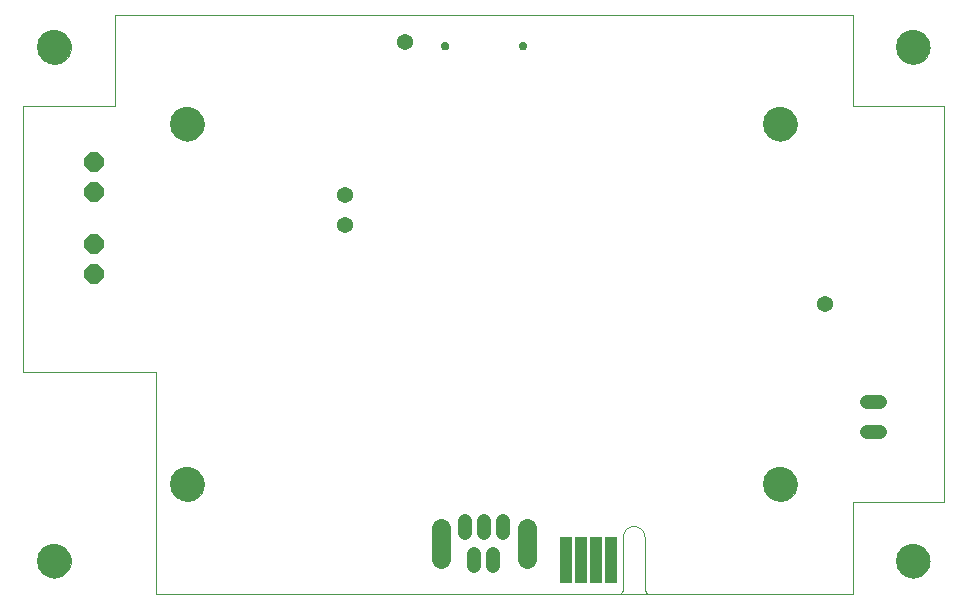
<source format=gbs>
G75*
G70*
%OFA0B0*%
%FSLAX24Y24*%
%IPPOS*%
%LPD*%
%AMOC8*
5,1,8,0,0,1.08239X$1,22.5*
%
%ADD10C,0.0000*%
%ADD11C,0.1142*%
%ADD12OC8,0.0640*%
%ADD13C,0.0453*%
%ADD14C,0.0630*%
%ADD15C,0.0276*%
%ADD16C,0.0540*%
%ADD17R,0.0440X0.1540*%
%ADD18C,0.0480*%
D10*
X000780Y001331D02*
X000782Y001378D01*
X000788Y001424D01*
X000798Y001470D01*
X000811Y001515D01*
X000829Y001558D01*
X000850Y001600D01*
X000874Y001640D01*
X000902Y001677D01*
X000933Y001712D01*
X000967Y001745D01*
X001003Y001774D01*
X001042Y001800D01*
X001083Y001823D01*
X001126Y001842D01*
X001170Y001858D01*
X001215Y001870D01*
X001261Y001878D01*
X001308Y001882D01*
X001354Y001882D01*
X001401Y001878D01*
X001447Y001870D01*
X001492Y001858D01*
X001536Y001842D01*
X001579Y001823D01*
X001620Y001800D01*
X001659Y001774D01*
X001695Y001745D01*
X001729Y001712D01*
X001760Y001677D01*
X001788Y001640D01*
X001812Y001600D01*
X001833Y001558D01*
X001851Y001515D01*
X001864Y001470D01*
X001874Y001424D01*
X001880Y001378D01*
X001882Y001331D01*
X001880Y001284D01*
X001874Y001238D01*
X001864Y001192D01*
X001851Y001147D01*
X001833Y001104D01*
X001812Y001062D01*
X001788Y001022D01*
X001760Y000985D01*
X001729Y000950D01*
X001695Y000917D01*
X001659Y000888D01*
X001620Y000862D01*
X001579Y000839D01*
X001536Y000820D01*
X001492Y000804D01*
X001447Y000792D01*
X001401Y000784D01*
X001354Y000780D01*
X001308Y000780D01*
X001261Y000784D01*
X001215Y000792D01*
X001170Y000804D01*
X001126Y000820D01*
X001083Y000839D01*
X001042Y000862D01*
X001003Y000888D01*
X000967Y000917D01*
X000933Y000950D01*
X000902Y000985D01*
X000874Y001022D01*
X000850Y001062D01*
X000829Y001104D01*
X000811Y001147D01*
X000798Y001192D01*
X000788Y001238D01*
X000782Y001284D01*
X000780Y001331D01*
X004717Y000248D02*
X004717Y007630D01*
X000288Y007630D01*
X000288Y016489D01*
X003339Y016489D01*
X003339Y019540D01*
X027945Y019540D01*
X027945Y016489D01*
X030996Y016489D01*
X030996Y003300D01*
X027945Y003300D01*
X027945Y000248D01*
X004717Y000248D01*
X005209Y003890D02*
X005211Y003937D01*
X005217Y003983D01*
X005227Y004029D01*
X005240Y004074D01*
X005258Y004117D01*
X005279Y004159D01*
X005303Y004199D01*
X005331Y004236D01*
X005362Y004271D01*
X005396Y004304D01*
X005432Y004333D01*
X005471Y004359D01*
X005512Y004382D01*
X005555Y004401D01*
X005599Y004417D01*
X005644Y004429D01*
X005690Y004437D01*
X005737Y004441D01*
X005783Y004441D01*
X005830Y004437D01*
X005876Y004429D01*
X005921Y004417D01*
X005965Y004401D01*
X006008Y004382D01*
X006049Y004359D01*
X006088Y004333D01*
X006124Y004304D01*
X006158Y004271D01*
X006189Y004236D01*
X006217Y004199D01*
X006241Y004159D01*
X006262Y004117D01*
X006280Y004074D01*
X006293Y004029D01*
X006303Y003983D01*
X006309Y003937D01*
X006311Y003890D01*
X006309Y003843D01*
X006303Y003797D01*
X006293Y003751D01*
X006280Y003706D01*
X006262Y003663D01*
X006241Y003621D01*
X006217Y003581D01*
X006189Y003544D01*
X006158Y003509D01*
X006124Y003476D01*
X006088Y003447D01*
X006049Y003421D01*
X006008Y003398D01*
X005965Y003379D01*
X005921Y003363D01*
X005876Y003351D01*
X005830Y003343D01*
X005783Y003339D01*
X005737Y003339D01*
X005690Y003343D01*
X005644Y003351D01*
X005599Y003363D01*
X005555Y003379D01*
X005512Y003398D01*
X005471Y003421D01*
X005432Y003447D01*
X005396Y003476D01*
X005362Y003509D01*
X005331Y003544D01*
X005303Y003581D01*
X005279Y003621D01*
X005258Y003663D01*
X005240Y003706D01*
X005227Y003751D01*
X005217Y003797D01*
X005211Y003843D01*
X005209Y003890D01*
X020275Y002135D02*
X020275Y000360D01*
X020242Y000310D01*
X020192Y000248D01*
X021092Y000248D01*
X021042Y000310D01*
X021005Y000360D01*
X021005Y002135D01*
X021003Y002172D01*
X020998Y002208D01*
X020988Y002244D01*
X020975Y002279D01*
X020959Y002312D01*
X020940Y002344D01*
X020917Y002373D01*
X020891Y002400D01*
X020863Y002424D01*
X020833Y002445D01*
X020801Y002463D01*
X020767Y002477D01*
X020731Y002488D01*
X020695Y002496D01*
X020658Y002500D01*
X020622Y002500D01*
X020585Y002496D01*
X020549Y002488D01*
X020513Y002477D01*
X020479Y002463D01*
X020447Y002445D01*
X020417Y002424D01*
X020389Y002400D01*
X020363Y002373D01*
X020340Y002344D01*
X020321Y002312D01*
X020305Y002279D01*
X020292Y002244D01*
X020282Y002208D01*
X020277Y002172D01*
X020275Y002135D01*
X024973Y003890D02*
X024975Y003937D01*
X024981Y003983D01*
X024991Y004029D01*
X025004Y004074D01*
X025022Y004117D01*
X025043Y004159D01*
X025067Y004199D01*
X025095Y004236D01*
X025126Y004271D01*
X025160Y004304D01*
X025196Y004333D01*
X025235Y004359D01*
X025276Y004382D01*
X025319Y004401D01*
X025363Y004417D01*
X025408Y004429D01*
X025454Y004437D01*
X025501Y004441D01*
X025547Y004441D01*
X025594Y004437D01*
X025640Y004429D01*
X025685Y004417D01*
X025729Y004401D01*
X025772Y004382D01*
X025813Y004359D01*
X025852Y004333D01*
X025888Y004304D01*
X025922Y004271D01*
X025953Y004236D01*
X025981Y004199D01*
X026005Y004159D01*
X026026Y004117D01*
X026044Y004074D01*
X026057Y004029D01*
X026067Y003983D01*
X026073Y003937D01*
X026075Y003890D01*
X026073Y003843D01*
X026067Y003797D01*
X026057Y003751D01*
X026044Y003706D01*
X026026Y003663D01*
X026005Y003621D01*
X025981Y003581D01*
X025953Y003544D01*
X025922Y003509D01*
X025888Y003476D01*
X025852Y003447D01*
X025813Y003421D01*
X025772Y003398D01*
X025729Y003379D01*
X025685Y003363D01*
X025640Y003351D01*
X025594Y003343D01*
X025547Y003339D01*
X025501Y003339D01*
X025454Y003343D01*
X025408Y003351D01*
X025363Y003363D01*
X025319Y003379D01*
X025276Y003398D01*
X025235Y003421D01*
X025196Y003447D01*
X025160Y003476D01*
X025126Y003509D01*
X025095Y003544D01*
X025067Y003581D01*
X025043Y003621D01*
X025022Y003663D01*
X025004Y003706D01*
X024991Y003751D01*
X024981Y003797D01*
X024975Y003843D01*
X024973Y003890D01*
X029402Y001331D02*
X029404Y001378D01*
X029410Y001424D01*
X029420Y001470D01*
X029433Y001515D01*
X029451Y001558D01*
X029472Y001600D01*
X029496Y001640D01*
X029524Y001677D01*
X029555Y001712D01*
X029589Y001745D01*
X029625Y001774D01*
X029664Y001800D01*
X029705Y001823D01*
X029748Y001842D01*
X029792Y001858D01*
X029837Y001870D01*
X029883Y001878D01*
X029930Y001882D01*
X029976Y001882D01*
X030023Y001878D01*
X030069Y001870D01*
X030114Y001858D01*
X030158Y001842D01*
X030201Y001823D01*
X030242Y001800D01*
X030281Y001774D01*
X030317Y001745D01*
X030351Y001712D01*
X030382Y001677D01*
X030410Y001640D01*
X030434Y001600D01*
X030455Y001558D01*
X030473Y001515D01*
X030486Y001470D01*
X030496Y001424D01*
X030502Y001378D01*
X030504Y001331D01*
X030502Y001284D01*
X030496Y001238D01*
X030486Y001192D01*
X030473Y001147D01*
X030455Y001104D01*
X030434Y001062D01*
X030410Y001022D01*
X030382Y000985D01*
X030351Y000950D01*
X030317Y000917D01*
X030281Y000888D01*
X030242Y000862D01*
X030201Y000839D01*
X030158Y000820D01*
X030114Y000804D01*
X030069Y000792D01*
X030023Y000784D01*
X029976Y000780D01*
X029930Y000780D01*
X029883Y000784D01*
X029837Y000792D01*
X029792Y000804D01*
X029748Y000820D01*
X029705Y000839D01*
X029664Y000862D01*
X029625Y000888D01*
X029589Y000917D01*
X029555Y000950D01*
X029524Y000985D01*
X029496Y001022D01*
X029472Y001062D01*
X029451Y001104D01*
X029433Y001147D01*
X029420Y001192D01*
X029410Y001238D01*
X029404Y001284D01*
X029402Y001331D01*
X024973Y015898D02*
X024975Y015945D01*
X024981Y015991D01*
X024991Y016037D01*
X025004Y016082D01*
X025022Y016125D01*
X025043Y016167D01*
X025067Y016207D01*
X025095Y016244D01*
X025126Y016279D01*
X025160Y016312D01*
X025196Y016341D01*
X025235Y016367D01*
X025276Y016390D01*
X025319Y016409D01*
X025363Y016425D01*
X025408Y016437D01*
X025454Y016445D01*
X025501Y016449D01*
X025547Y016449D01*
X025594Y016445D01*
X025640Y016437D01*
X025685Y016425D01*
X025729Y016409D01*
X025772Y016390D01*
X025813Y016367D01*
X025852Y016341D01*
X025888Y016312D01*
X025922Y016279D01*
X025953Y016244D01*
X025981Y016207D01*
X026005Y016167D01*
X026026Y016125D01*
X026044Y016082D01*
X026057Y016037D01*
X026067Y015991D01*
X026073Y015945D01*
X026075Y015898D01*
X026073Y015851D01*
X026067Y015805D01*
X026057Y015759D01*
X026044Y015714D01*
X026026Y015671D01*
X026005Y015629D01*
X025981Y015589D01*
X025953Y015552D01*
X025922Y015517D01*
X025888Y015484D01*
X025852Y015455D01*
X025813Y015429D01*
X025772Y015406D01*
X025729Y015387D01*
X025685Y015371D01*
X025640Y015359D01*
X025594Y015351D01*
X025547Y015347D01*
X025501Y015347D01*
X025454Y015351D01*
X025408Y015359D01*
X025363Y015371D01*
X025319Y015387D01*
X025276Y015406D01*
X025235Y015429D01*
X025196Y015455D01*
X025160Y015484D01*
X025126Y015517D01*
X025095Y015552D01*
X025067Y015589D01*
X025043Y015629D01*
X025022Y015671D01*
X025004Y015714D01*
X024991Y015759D01*
X024981Y015805D01*
X024975Y015851D01*
X024973Y015898D01*
X029402Y018457D02*
X029404Y018504D01*
X029410Y018550D01*
X029420Y018596D01*
X029433Y018641D01*
X029451Y018684D01*
X029472Y018726D01*
X029496Y018766D01*
X029524Y018803D01*
X029555Y018838D01*
X029589Y018871D01*
X029625Y018900D01*
X029664Y018926D01*
X029705Y018949D01*
X029748Y018968D01*
X029792Y018984D01*
X029837Y018996D01*
X029883Y019004D01*
X029930Y019008D01*
X029976Y019008D01*
X030023Y019004D01*
X030069Y018996D01*
X030114Y018984D01*
X030158Y018968D01*
X030201Y018949D01*
X030242Y018926D01*
X030281Y018900D01*
X030317Y018871D01*
X030351Y018838D01*
X030382Y018803D01*
X030410Y018766D01*
X030434Y018726D01*
X030455Y018684D01*
X030473Y018641D01*
X030486Y018596D01*
X030496Y018550D01*
X030502Y018504D01*
X030504Y018457D01*
X030502Y018410D01*
X030496Y018364D01*
X030486Y018318D01*
X030473Y018273D01*
X030455Y018230D01*
X030434Y018188D01*
X030410Y018148D01*
X030382Y018111D01*
X030351Y018076D01*
X030317Y018043D01*
X030281Y018014D01*
X030242Y017988D01*
X030201Y017965D01*
X030158Y017946D01*
X030114Y017930D01*
X030069Y017918D01*
X030023Y017910D01*
X029976Y017906D01*
X029930Y017906D01*
X029883Y017910D01*
X029837Y017918D01*
X029792Y017930D01*
X029748Y017946D01*
X029705Y017965D01*
X029664Y017988D01*
X029625Y018014D01*
X029589Y018043D01*
X029555Y018076D01*
X029524Y018111D01*
X029496Y018148D01*
X029472Y018188D01*
X029451Y018230D01*
X029433Y018273D01*
X029420Y018318D01*
X029410Y018364D01*
X029404Y018410D01*
X029402Y018457D01*
X016823Y018502D02*
X016825Y018523D01*
X016831Y018543D01*
X016840Y018563D01*
X016852Y018580D01*
X016867Y018594D01*
X016885Y018606D01*
X016905Y018614D01*
X016925Y018619D01*
X016946Y018620D01*
X016967Y018617D01*
X016987Y018611D01*
X017006Y018600D01*
X017023Y018587D01*
X017036Y018571D01*
X017047Y018553D01*
X017055Y018533D01*
X017059Y018513D01*
X017059Y018491D01*
X017055Y018471D01*
X017047Y018451D01*
X017036Y018433D01*
X017023Y018417D01*
X017006Y018404D01*
X016987Y018393D01*
X016967Y018387D01*
X016946Y018384D01*
X016925Y018385D01*
X016905Y018390D01*
X016885Y018398D01*
X016867Y018410D01*
X016852Y018424D01*
X016840Y018441D01*
X016831Y018461D01*
X016825Y018481D01*
X016823Y018502D01*
X014225Y018502D02*
X014227Y018523D01*
X014233Y018543D01*
X014242Y018563D01*
X014254Y018580D01*
X014269Y018594D01*
X014287Y018606D01*
X014307Y018614D01*
X014327Y018619D01*
X014348Y018620D01*
X014369Y018617D01*
X014389Y018611D01*
X014408Y018600D01*
X014425Y018587D01*
X014438Y018571D01*
X014449Y018553D01*
X014457Y018533D01*
X014461Y018513D01*
X014461Y018491D01*
X014457Y018471D01*
X014449Y018451D01*
X014438Y018433D01*
X014425Y018417D01*
X014408Y018404D01*
X014389Y018393D01*
X014369Y018387D01*
X014348Y018384D01*
X014327Y018385D01*
X014307Y018390D01*
X014287Y018398D01*
X014269Y018410D01*
X014254Y018424D01*
X014242Y018441D01*
X014233Y018461D01*
X014227Y018481D01*
X014225Y018502D01*
X005209Y015898D02*
X005211Y015945D01*
X005217Y015991D01*
X005227Y016037D01*
X005240Y016082D01*
X005258Y016125D01*
X005279Y016167D01*
X005303Y016207D01*
X005331Y016244D01*
X005362Y016279D01*
X005396Y016312D01*
X005432Y016341D01*
X005471Y016367D01*
X005512Y016390D01*
X005555Y016409D01*
X005599Y016425D01*
X005644Y016437D01*
X005690Y016445D01*
X005737Y016449D01*
X005783Y016449D01*
X005830Y016445D01*
X005876Y016437D01*
X005921Y016425D01*
X005965Y016409D01*
X006008Y016390D01*
X006049Y016367D01*
X006088Y016341D01*
X006124Y016312D01*
X006158Y016279D01*
X006189Y016244D01*
X006217Y016207D01*
X006241Y016167D01*
X006262Y016125D01*
X006280Y016082D01*
X006293Y016037D01*
X006303Y015991D01*
X006309Y015945D01*
X006311Y015898D01*
X006309Y015851D01*
X006303Y015805D01*
X006293Y015759D01*
X006280Y015714D01*
X006262Y015671D01*
X006241Y015629D01*
X006217Y015589D01*
X006189Y015552D01*
X006158Y015517D01*
X006124Y015484D01*
X006088Y015455D01*
X006049Y015429D01*
X006008Y015406D01*
X005965Y015387D01*
X005921Y015371D01*
X005876Y015359D01*
X005830Y015351D01*
X005783Y015347D01*
X005737Y015347D01*
X005690Y015351D01*
X005644Y015359D01*
X005599Y015371D01*
X005555Y015387D01*
X005512Y015406D01*
X005471Y015429D01*
X005432Y015455D01*
X005396Y015484D01*
X005362Y015517D01*
X005331Y015552D01*
X005303Y015589D01*
X005279Y015629D01*
X005258Y015671D01*
X005240Y015714D01*
X005227Y015759D01*
X005217Y015805D01*
X005211Y015851D01*
X005209Y015898D01*
X000780Y018457D02*
X000782Y018504D01*
X000788Y018550D01*
X000798Y018596D01*
X000811Y018641D01*
X000829Y018684D01*
X000850Y018726D01*
X000874Y018766D01*
X000902Y018803D01*
X000933Y018838D01*
X000967Y018871D01*
X001003Y018900D01*
X001042Y018926D01*
X001083Y018949D01*
X001126Y018968D01*
X001170Y018984D01*
X001215Y018996D01*
X001261Y019004D01*
X001308Y019008D01*
X001354Y019008D01*
X001401Y019004D01*
X001447Y018996D01*
X001492Y018984D01*
X001536Y018968D01*
X001579Y018949D01*
X001620Y018926D01*
X001659Y018900D01*
X001695Y018871D01*
X001729Y018838D01*
X001760Y018803D01*
X001788Y018766D01*
X001812Y018726D01*
X001833Y018684D01*
X001851Y018641D01*
X001864Y018596D01*
X001874Y018550D01*
X001880Y018504D01*
X001882Y018457D01*
X001880Y018410D01*
X001874Y018364D01*
X001864Y018318D01*
X001851Y018273D01*
X001833Y018230D01*
X001812Y018188D01*
X001788Y018148D01*
X001760Y018111D01*
X001729Y018076D01*
X001695Y018043D01*
X001659Y018014D01*
X001620Y017988D01*
X001579Y017965D01*
X001536Y017946D01*
X001492Y017930D01*
X001447Y017918D01*
X001401Y017910D01*
X001354Y017906D01*
X001308Y017906D01*
X001261Y017910D01*
X001215Y017918D01*
X001170Y017930D01*
X001126Y017946D01*
X001083Y017965D01*
X001042Y017988D01*
X001003Y018014D01*
X000967Y018043D01*
X000933Y018076D01*
X000902Y018111D01*
X000874Y018148D01*
X000850Y018188D01*
X000829Y018230D01*
X000811Y018273D01*
X000798Y018318D01*
X000788Y018364D01*
X000782Y018410D01*
X000780Y018457D01*
D11*
X001331Y001331D03*
X005760Y003890D03*
X005760Y015898D03*
X001331Y018457D03*
X025524Y015898D03*
X029953Y018457D03*
X025524Y003890D03*
X029953Y001331D03*
D12*
X002642Y010894D03*
X002642Y011894D03*
X002642Y013644D03*
X002642Y014644D03*
D13*
X015012Y002682D02*
X015012Y002269D01*
X015642Y002269D02*
X015642Y002682D01*
X016272Y002682D02*
X016272Y002269D01*
X015957Y001580D02*
X015957Y001166D01*
X015327Y001166D02*
X015327Y001580D01*
D14*
X014205Y001412D02*
X014205Y002436D01*
X017079Y002436D02*
X017079Y001412D01*
D15*
X016941Y018502D03*
X014343Y018502D03*
D16*
X013017Y018644D03*
X011017Y013519D03*
X011017Y012519D03*
X027017Y009894D03*
D17*
X019892Y001357D03*
X019392Y001357D03*
X018892Y001357D03*
X018392Y001357D03*
D18*
X028422Y005644D02*
X028862Y005644D01*
X028862Y006644D02*
X028422Y006644D01*
M02*

</source>
